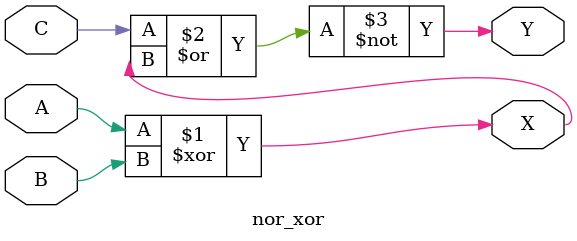
<source format=v>
`timescale 1ns / 1ps


module intro_top( input A,B,C,D,output X,Y,Z);
wire ab,bc,q,qn;

and_or InputCombo01(.A(A),.B(B),.C(C),.X(X),.Y(Y));
SR SRLatch01 (.Q(q),.Qn(qn),.S(bc),.R(D));
nor_xor outputCombo01(.X(X),.Y(Y),.B(q),.C(qn));
assign Z = ~qn;
endmodule

module and_or(input A,B,C, output X,Y);

assign X = A&B;
assign Y = B|C;

endmodule

module SR(input S,R, output Q,Qn);
wire q,qn;

assign Q = q;
assign Qn = qn;
assign q = ~(S&Qn);
assign qn = ~(R&q);

endmodule

module nor_xor(input A,B,C, output X,Y);

assign X = A^B;
assign Y = ~(C|X);

endmodule
</source>
